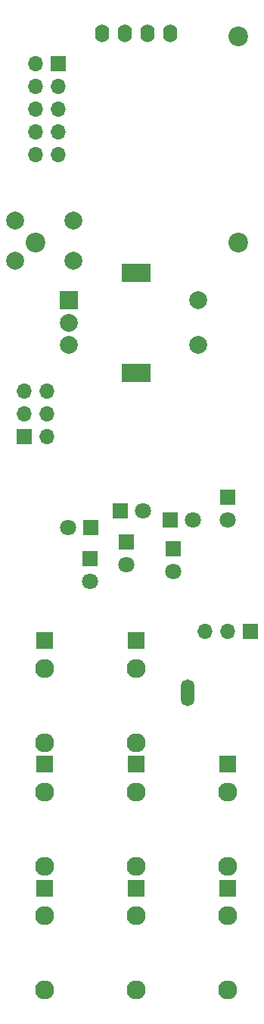
<source format=gts>
G04 #@! TF.GenerationSoftware,KiCad,Pcbnew,8.0.5*
G04 #@! TF.CreationDate,2024-11-11T16:03:41-05:00*
G04 #@! TF.ProjectId,main,6d61696e-2e6b-4696-9361-645f70636258,rev?*
G04 #@! TF.SameCoordinates,Original*
G04 #@! TF.FileFunction,Soldermask,Top*
G04 #@! TF.FilePolarity,Negative*
%FSLAX46Y46*%
G04 Gerber Fmt 4.6, Leading zero omitted, Abs format (unit mm)*
G04 Created by KiCad (PCBNEW 8.0.5) date 2024-11-11 16:03:41*
%MOMM*%
%LPD*%
G01*
G04 APERTURE LIST*
%ADD10R,1.930000X1.830000*%
%ADD11C,2.130000*%
%ADD12O,1.500000X3.000000*%
%ADD13R,1.800000X1.800000*%
%ADD14C,1.800000*%
%ADD15C,2.200000*%
%ADD16O,1.600000X2.000000*%
%ADD17R,2.000000X2.000000*%
%ADD18C,2.000000*%
%ADD19R,3.200000X2.000000*%
%ADD20R,1.700000X1.700000*%
%ADD21O,1.700000X1.700000*%
G04 APERTURE END LIST*
D10*
X35000000Y-116850000D03*
D11*
X35000000Y-128250000D03*
X35000000Y-119950000D03*
D10*
X35000000Y-103000000D03*
D11*
X35000000Y-114400000D03*
X35000000Y-106100000D03*
D12*
X40800000Y-95000000D03*
D13*
X29925000Y-76600000D03*
D14*
X27385000Y-76600000D03*
D13*
X29900000Y-80075000D03*
D14*
X29900000Y-82615000D03*
D13*
X45250000Y-73175000D03*
D14*
X45250000Y-75715000D03*
D15*
X46500000Y-44750000D03*
D16*
X31200000Y-21400000D03*
X33740000Y-21400000D03*
X36280000Y-21400000D03*
X38820000Y-21400000D03*
D10*
X45300000Y-103000000D03*
D11*
X45300000Y-114400000D03*
X45300000Y-106100000D03*
D10*
X24750000Y-103000000D03*
D11*
X24750000Y-114400000D03*
X24750000Y-106100000D03*
D15*
X46500000Y-21750000D03*
D13*
X39200000Y-78925000D03*
D14*
X39200000Y-81465000D03*
D17*
X27500000Y-51200000D03*
D18*
X27500000Y-56200000D03*
X27500000Y-53700000D03*
D19*
X35000000Y-48100000D03*
X35000000Y-59300000D03*
D18*
X42000000Y-56200000D03*
X42000000Y-51200000D03*
D10*
X45300000Y-116850000D03*
D11*
X45300000Y-128250000D03*
X45300000Y-119950000D03*
D15*
X23750000Y-44750000D03*
D10*
X35000000Y-89200000D03*
D11*
X35000000Y-100600000D03*
X35000000Y-92300000D03*
D13*
X33950000Y-78175000D03*
D14*
X33950000Y-80715000D03*
D13*
X33275000Y-74750000D03*
D14*
X35815000Y-74750000D03*
D20*
X47830000Y-88170000D03*
D21*
X45290000Y-88170000D03*
X42750000Y-88170000D03*
D10*
X24750000Y-116850000D03*
D11*
X24750000Y-128250000D03*
X24750000Y-119950000D03*
D13*
X38825000Y-75750000D03*
D14*
X41365000Y-75750000D03*
D10*
X24750000Y-89200000D03*
D11*
X24750000Y-100600000D03*
X24750000Y-92300000D03*
D20*
X22510000Y-66380000D03*
D21*
X25050000Y-66380000D03*
X22510000Y-63840000D03*
X25050000Y-63840000D03*
X22510000Y-61300000D03*
X25050000Y-61300000D03*
D20*
X26300000Y-24760000D03*
D21*
X23760000Y-24760000D03*
X26300000Y-27300000D03*
X23760000Y-27300000D03*
X26300000Y-29840000D03*
X23760000Y-29840000D03*
X26300000Y-32380000D03*
X23760000Y-32380000D03*
X26300000Y-34920000D03*
X23760000Y-34920000D03*
D18*
X28000000Y-42250000D03*
X21500000Y-42250000D03*
X28000000Y-46750000D03*
X21500000Y-46750000D03*
M02*

</source>
